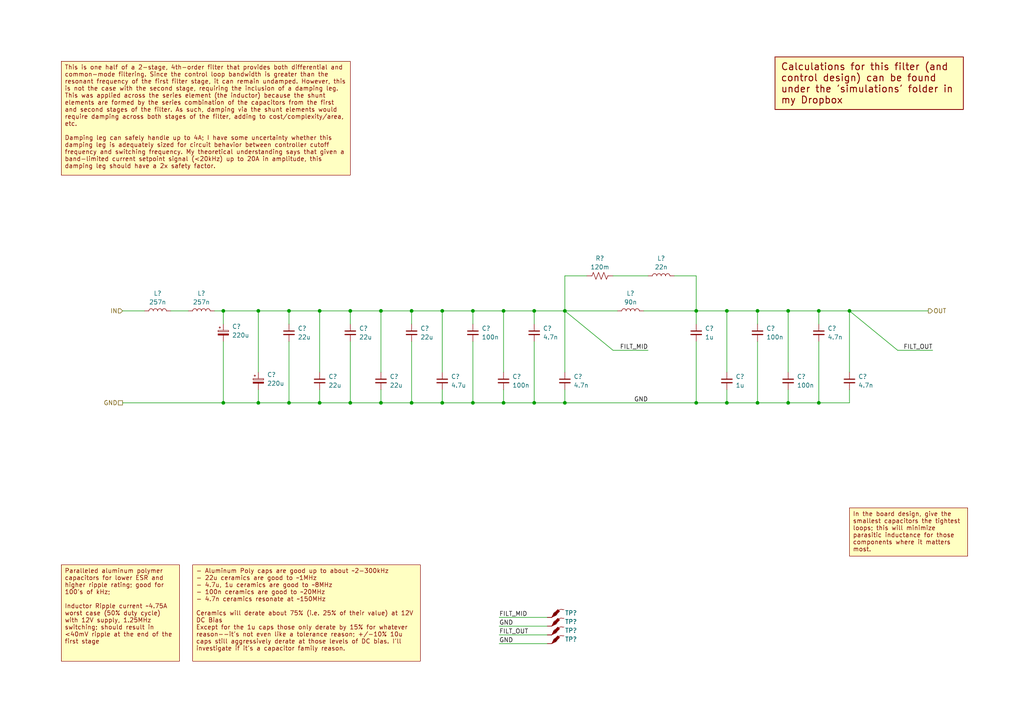
<source format=kicad_sch>
(kicad_sch (version 20230121) (generator eeschema)
  (paper "A4")
  (title_block (title "Shim Amplifier Prototype") (date "2023-08-01") (rev "A.1") (company "Ishaan Govindarajan"))
  (lib_symbols
    (symbol "Custom-Capacitor:875075561008" (pin_numbers hide) (pin_names (offset 0.254) hide)
      (property "Reference" "C?" (at 0.254 1.778 0))
      (property "Value" "220u" (at 0.254 -2.032 0))
      (symbol "875075561008_0_1"
        (rectangle (start -1.524 -0.3048) (end 1.524 -0.6858) (fill (type outline)))
        (rectangle (start -1.524 0.6858) (end 1.524 0.3048))
        (polyline (pts (xy -1.27 1.524) (xy -0.762 1.524)))
        (polyline (pts (xy -1.016 1.27) (xy -1.016 1.778)))
      )
      (symbol "875075561008_1_1"
        (pin passive line (at 0 2.54 270) (length 1.8542) (name "~") (number "1"))
        (pin passive line (at 0 -2.54 90) (length 1.8542) (name "~") (number "2"))
      )
    )
    (symbol "Custom-Capacitor:CL05B472KB5NNNC" (pin_numbers hide) (pin_names (offset 0.254) hide)
      (property "Reference" "C" (at 0.254 1.778 0))
      (property "Value" "4.7n" (at 0.254 -2.032 0))
      (symbol "CL05B472KB5NNNC_0_1"
        (polyline (pts (xy -1.524 -0.508) (xy 1.524 -0.508)) (stroke (width 0.3302)))
        (polyline (pts (xy -1.524 0.508) (xy 1.524 0.508)) (stroke (width 0.3048)))
      )
      (symbol "CL05B472KB5NNNC_1_1"
        (pin passive line (at 0 2.54 270) (length 2.032) (name "~") (number "1"))
        (pin passive line (at 0 -2.54 90) (length 2.032) (name "~") (number "2"))
      )
    )
    (symbol "Custom-Capacitor:CL10B104KB8NNWC" (pin_numbers hide) (pin_names (offset 0.254) hide)
      (property "Reference" "C" (at 0.254 1.778 0))
      (property "Value" "100n" (at 0.254 -2.032 0))
      (symbol "CL10B104KB8NNWC_0_1"
        (polyline (pts (xy -1.524 -0.508) (xy 1.524 -0.508)) (stroke (width 0.3302)))
        (polyline (pts (xy -1.524 0.508) (xy 1.524 0.508)) (stroke (width 0.3048)))
      )
      (symbol "CL10B104KB8NNWC_1_1"
        (pin passive line (at 0 2.54 270) (length 2.032) (name "~") (number "1"))
        (pin passive line (at 0 -2.54 90) (length 2.032) (name "~") (number "2"))
      )
    )
    (symbol "Custom-Capacitor:CL21A475KLCLQNC" (pin_numbers hide) (pin_names (offset 0.254) hide)
      (property "Reference" "C" (at 0.254 1.778 0))
      (property "Value" "4.7u" (at 0.254 -2.032 0))
      (symbol "CL21A475KLCLQNC_0_1"
        (polyline (pts (xy -1.524 -0.508) (xy 1.524 -0.508)) (stroke (width 0.3302)))
        (polyline (pts (xy -1.524 0.508) (xy 1.524 0.508)) (stroke (width 0.3048)))
      )
      (symbol "CL21A475KLCLQNC_1_1"
        (pin passive line (at 0 2.54 270) (length 2.032) (name "~") (number "1"))
        (pin passive line (at 0 -2.54 90) (length 2.032) (name "~") (number "2"))
      )
    )
    (symbol "Custom-Capacitor:CL21B105KBFNNNG" (pin_numbers hide) (pin_names (offset 0.254) hide)
      (property "Reference" "C" (at 0.254 1.778 0))
      (property "Value" "1u" (at 0.254 -2.032 0))
      (symbol "CL21B105KBFNNNG_0_1"
        (polyline (pts (xy -1.524 -0.508) (xy 1.524 -0.508)) (stroke (width 0.3302)))
        (polyline (pts (xy -1.524 0.508) (xy 1.524 0.508)) (stroke (width 0.3048)))
      )
      (symbol "CL21B105KBFNNNG_1_1"
        (pin passive line (at 0 2.54 270) (length 2.032) (name "~") (number "1"))
        (pin passive line (at 0 -2.54 90) (length 2.032) (name "~") (number "2"))
      )
    )
    (symbol "Custom-Capacitor:CL32B226KAJNNNE" (pin_numbers hide) (pin_names (offset 0.254) hide)
      (property "Reference" "C" (at 0.254 1.778 0))
      (property "Value" "22u" (at 0.254 -2.032 0))
      (symbol "CL32B226KAJNNNE_0_1"
        (polyline (pts (xy -1.524 -0.508) (xy 1.524 -0.508)) (stroke (width 0.3302)))
        (polyline (pts (xy -1.524 0.508) (xy 1.524 0.508)) (stroke (width 0.3048)))
      )
      (symbol "CL32B226KAJNNNE_1_1"
        (pin passive line (at 0 2.54 270) (length 2.032) (name "~") (number "1"))
        (pin passive line (at 0 -2.54 90) (length 2.032) (name "~") (number "2"))
      )
    )
    (symbol "Custom-Inductor:1212VS-90NMED" (pin_numbers hide) (pin_names (offset 1.016) hide)
      (property "Reference" "L?" (at 0 -1.27 0))
      (property "Value" "90n" (at 0 1.905 0))
      (symbol "1212VS-90NMED_0_1"
        (arc (start -1.27 0) (mid -1.905 0.6323) (end -2.54 0))
        (arc (start 0 0) (mid -0.635 0.6323) (end -1.27 0))
        (arc (start 1.27 0) (mid 0.635 0.6323) (end 0 0))
        (arc (start 2.54 0) (mid 1.905 0.6323) (end 1.27 0))
      )
      (symbol "1212VS-90NMED_1_1"
        (pin passive line (at -3.81 0 0) (length 1.27) (name "1") (number "1"))
        (pin passive line (at 3.81 0 180) (length 1.27) (name "2") (number "2"))
      )
    )
    (symbol "Custom-Inductor:2014VS-251MED" (pin_numbers hide) (pin_names (offset 1.016) hide)
      (property "Reference" "L?" (at 0 -1.27 0))
      (property "Value" "257n" (at 0 1.905 0))
      (symbol "2014VS-251MED_0_1"
        (arc (start -1.27 0) (mid -1.905 0.6323) (end -2.54 0))
        (arc (start 0 0) (mid -0.635 0.6323) (end -1.27 0))
        (arc (start 1.27 0) (mid 0.635 0.6323) (end 0 0))
        (arc (start 2.54 0) (mid 1.905 0.6323) (end 1.27 0))
      )
      (symbol "2014VS-251MED_1_1"
        (pin passive line (at -3.81 0 0) (length 1.27) (name "1") (number "1"))
        (pin passive line (at 3.81 0 180) (length 1.27) (name "2") (number "2"))
        (pin no_connect line (at 0 0 0) (length 1.27) hide (name "1") (number "3"))
      )
    )
    (symbol "Custom-Inductor:744914122" (pin_numbers hide) (pin_names (offset 1.016) hide)
      (property "Reference" "L?" (at 0 -1.27 0))
      (property "Value" "22n" (at 0 1.905 0))
      (symbol "744914122_0_1"
        (arc (start -1.27 0) (mid -1.905 0.6323) (end -2.54 0))
        (arc (start 0 0) (mid -0.635 0.6323) (end -1.27 0))
        (arc (start 1.27 0) (mid 0.635 0.6323) (end 0 0))
        (arc (start 2.54 0) (mid 1.905 0.6323) (end 1.27 0))
      )
      (symbol "744914122_1_1"
        (pin passive line (at -3.81 0 0) (length 1.27) (name "1") (number "1"))
        (pin passive line (at 3.81 0 180) (length 1.27) (name "2") (number "2"))
      )
    )
    (symbol "Custom-LogicIC:TestPoint" (in_bom no)
      (property "Reference" "TP" (at 2.54 0 0))
      (symbol "TestPoint_1_1"
        (polyline (pts (xy -0.762 1.27) (xy 0 0.508)) (stroke (width 0) (color 72 0 0 1)))
        (polyline (pts (xy -0.508 1.524) (xy 0.254 0.762)) (stroke (width 0) (color 72 0 0 1)))
        (polyline (pts (xy -1.27 0) (xy -0.762 1.016) (xy -0.254 0.508) (xy -1.27 0)) (fill (type color) (color 132 0 0 1)))
        (polyline (pts (xy -0.762 1.016) (xy 0.508 2.286) (xy 1.016 1.778) (xy -0.254 0.508) (xy -0.762 1.016)) (fill (type color) (color 132 0 0 1)))
        (arc (start 1.778 2.286) (mid 1.2343 2.3019) (end 0.762 2.032))
        (arc (start 1.778 2.286) (mid 2.032 2.258) (end 2.286 2.286))
        (pin passive line (at -2.54 0 0) (length 1.27) (name "") (number "1"))
      )
    )
    (symbol "Custom-Resistor:MFHA1206R1200FC" (pin_numbers hide) (pin_names (offset 0))
      (property "Reference" "R" (at 2.54 0 90))
      (property "Value" "120m" (at -2.54 0 90))
      (symbol "MFHA1206R1200FC_0_1"
        (polyline (pts (xy 0 -2.286) (xy 0 -2.54)))
        (polyline (pts (xy 0 2.286) (xy 0 2.54)))
        (polyline (pts (xy 0 -0.762) (xy 1.016 -1.143) (xy 0 -1.524) (xy -1.016 -1.905) (xy 0 -2.286)))
        (polyline (pts (xy 0 0.762) (xy 1.016 0.381) (xy 0 0) (xy -1.016 -0.381) (xy 0 -0.762)))
        (polyline (pts (xy 0 2.286) (xy 1.016 1.905) (xy 0 1.524) (xy -1.016 1.143) (xy 0 0.762)))
      )
      (symbol "MFHA1206R1200FC_1_1"
        (pin passive line (at 0 3.81 270) (length 1.27) (name "~") (number "1"))
        (pin passive line (at 0 -3.81 90) (length 1.27) (name "~") (number "2"))
      )
    )
  )
  (junction (at 210.82 90.17))
  (junction (at 64.77 90.17))
  (junction (at 74.93 90.17))
  (junction (at 74.93 116.84))
  (junction (at 110.49 90.17))
  (junction (at 92.71 116.84))
  (junction (at 64.77 116.84))
  (junction (at 246.38 90.17))
  (junction (at 92.71 90.17))
  (junction (at 137.16 116.84))
  (junction (at 237.49 90.17))
  (junction (at 146.05 90.17))
  (junction (at 163.83 90.17))
  (junction (at 101.6 116.84))
  (junction (at 146.05 116.84))
  (junction (at 119.38 90.17))
  (junction (at 228.6 116.84))
  (junction (at 83.82 116.84))
  (junction (at 210.82 116.84))
  (junction (at 101.6 90.17))
  (junction (at 201.93 116.84))
  (junction (at 163.83 116.84))
  (junction (at 219.71 90.17))
  (junction (at 219.71 116.84))
  (junction (at 83.82 90.17))
  (junction (at 137.16 90.17))
  (junction (at 237.49 116.84))
  (junction (at 228.6 90.17))
  (junction (at 201.93 90.17))
  (junction (at 154.94 116.84))
  (junction (at 110.49 116.84))
  (junction (at 128.27 90.17))
  (junction (at 128.27 116.84))
  (junction (at 119.38 116.84))
  (junction (at 154.94 90.17))
  (wire (pts (xy 137.16 90.17) (xy 137.16 93.98)))
  (wire (pts (xy 92.71 90.17) (xy 101.6 90.17)))
  (wire (pts (xy 201.93 90.17) (xy 201.93 93.98)))
  (wire (pts (xy 128.27 113.03) (xy 128.27 116.84)))
  (wire (pts (xy 154.94 99.06) (xy 154.94 116.84)))
  (wire (pts (xy 228.6 90.17) (xy 228.6 107.95)))
  (wire (pts (xy 177.8 101.6) (xy 163.83 90.17)))
  (wire (pts (xy 163.83 113.03) (xy 163.83 116.84)))
  (wire (pts (xy 83.82 116.84) (xy 92.71 116.84)))
  (wire (pts (xy 92.71 90.17) (xy 92.71 107.95)))
  (wire (pts (xy 146.05 116.84) (xy 154.94 116.84)))
  (wire (pts (xy 49.53 90.17) (xy 54.61 90.17)))
  (wire (pts (xy 163.83 80.01) (xy 170.18 80.01)))
  (wire (pts (xy 144.78 179.07) (xy 158.75 179.07)))
  (wire (pts (xy 137.16 99.06) (xy 137.16 116.84)))
  (wire (pts (xy 64.77 99.06) (xy 64.77 116.84)))
  (wire (pts (xy 163.83 90.17) (xy 163.83 80.01)))
  (wire (pts (xy 74.93 90.17) (xy 74.93 107.95)))
  (wire (pts (xy 110.49 90.17) (xy 119.38 90.17)))
  (wire (pts (xy 210.82 116.84) (xy 219.71 116.84)))
  (wire (pts (xy 110.49 90.17) (xy 110.49 107.95)))
  (wire (pts (xy 163.83 116.84) (xy 201.93 116.84)))
  (wire (pts (xy 128.27 116.84) (xy 137.16 116.84)))
  (wire (pts (xy 92.71 113.03) (xy 92.71 116.84)))
  (wire (pts (xy 270.51 101.6) (xy 260.35 101.6)))
  (wire (pts (xy 146.05 113.03) (xy 146.05 116.84)))
  (wire (pts (xy 128.27 90.17) (xy 137.16 90.17)))
  (wire (pts (xy 201.93 90.17) (xy 210.82 90.17)))
  (wire (pts (xy 101.6 90.17) (xy 110.49 90.17)))
  (wire (pts (xy 62.23 90.17) (xy 64.77 90.17)))
  (wire (pts (xy 237.49 99.06) (xy 237.49 116.84)))
  (wire (pts (xy 83.82 99.06) (xy 83.82 116.84)))
  (wire (pts (xy 219.71 99.06) (xy 219.71 116.84)))
  (wire (pts (xy 144.78 186.69) (xy 158.75 186.69)))
  (wire (pts (xy 144.78 184.15) (xy 158.75 184.15)))
  (wire (pts (xy 110.49 113.03) (xy 110.49 116.84)))
  (wire (pts (xy 219.71 90.17) (xy 228.6 90.17)))
  (wire (pts (xy 146.05 90.17) (xy 154.94 90.17)))
  (wire (pts (xy 74.93 113.03) (xy 74.93 116.84)))
  (wire (pts (xy 201.93 116.84) (xy 210.82 116.84)))
  (wire (pts (xy 210.82 90.17) (xy 210.82 107.95)))
  (wire (pts (xy 64.77 90.17) (xy 64.77 93.98)))
  (wire (pts (xy 128.27 90.17) (xy 128.27 107.95)))
  (wire (pts (xy 83.82 90.17) (xy 92.71 90.17)))
  (wire (pts (xy 83.82 90.17) (xy 83.82 93.98)))
  (wire (pts (xy 74.93 90.17) (xy 83.82 90.17)))
  (wire (pts (xy 228.6 113.03) (xy 228.6 116.84)))
  (wire (pts (xy 186.69 90.17) (xy 201.93 90.17)))
  (wire (pts (xy 92.71 116.84) (xy 101.6 116.84)))
  (wire (pts (xy 210.82 113.03) (xy 210.82 116.84)))
  (wire (pts (xy 35.56 90.17) (xy 41.91 90.17)))
  (wire (pts (xy 246.38 113.03) (xy 246.38 116.84)))
  (wire (pts (xy 64.77 90.17) (xy 74.93 90.17)))
  (wire (pts (xy 237.49 90.17) (xy 237.49 93.98)))
  (wire (pts (xy 101.6 90.17) (xy 101.6 93.98)))
  (wire (pts (xy 154.94 90.17) (xy 154.94 93.98)))
  (wire (pts (xy 146.05 90.17) (xy 146.05 107.95)))
  (wire (pts (xy 163.83 90.17) (xy 179.07 90.17)))
  (wire (pts (xy 237.49 116.84) (xy 246.38 116.84)))
  (wire (pts (xy 119.38 116.84) (xy 128.27 116.84)))
  (wire (pts (xy 228.6 90.17) (xy 237.49 90.17)))
  (wire (pts (xy 110.49 116.84) (xy 119.38 116.84)))
  (wire (pts (xy 144.78 181.61) (xy 158.75 181.61)))
  (wire (pts (xy 64.77 116.84) (xy 74.93 116.84)))
  (wire (pts (xy 119.38 90.17) (xy 128.27 90.17)))
  (wire (pts (xy 237.49 90.17) (xy 246.38 90.17)))
  (wire (pts (xy 154.94 90.17) (xy 163.83 90.17)))
  (wire (pts (xy 260.35 101.6) (xy 246.38 90.17)))
  (wire (pts (xy 219.71 116.84) (xy 228.6 116.84)))
  (wire (pts (xy 201.93 99.06) (xy 201.93 116.84)))
  (wire (pts (xy 177.8 80.01) (xy 187.96 80.01)))
  (wire (pts (xy 35.56 116.84) (xy 64.77 116.84)))
  (wire (pts (xy 74.93 116.84) (xy 83.82 116.84)))
  (wire (pts (xy 101.6 99.06) (xy 101.6 116.84)))
  (wire (pts (xy 187.96 101.6) (xy 177.8 101.6)))
  (wire (pts (xy 219.71 90.17) (xy 219.71 93.98)))
  (wire (pts (xy 154.94 116.84) (xy 163.83 116.84)))
  (wire (pts (xy 210.82 90.17) (xy 219.71 90.17)))
  (wire (pts (xy 201.93 90.17) (xy 201.93 80.01)))
  (wire (pts (xy 137.16 116.84) (xy 146.05 116.84)))
  (wire (pts (xy 246.38 90.17) (xy 246.38 107.95)))
  (wire (pts (xy 137.16 90.17) (xy 146.05 90.17)))
  (wire (pts (xy 163.83 90.17) (xy 163.83 107.95)))
  (wire (pts (xy 195.58 80.01) (xy 201.93 80.01)))
  (wire (pts (xy 246.38 90.17) (xy 269.24 90.17)))
  (wire (pts (xy 101.6 116.84) (xy 110.49 116.84)))
  (wire (pts (xy 119.38 90.17) (xy 119.38 93.98)))
  (wire (pts (xy 228.6 116.84) (xy 237.49 116.84)))
  (wire (pts (xy 119.38 99.06) (xy 119.38 116.84)))
  (text_box "This is one half of a 2-stage, 4th-order filter that provides both differential and common-mode filtering. Since the control loop bandwidth is greater than the resonant frequency of the first filter stage, it can remain undamped. However, this is not the case with the second stage, requiring the inclusion of a damping leg. This was applied across the series element (the inductor) because the shunt elements are formed by the series combination of the capacitors from the first and second stages of the filter. As such, damping via the shunt elements would require damping across both stages of the filter, adding to cost/complexity/area, etc. \n\nDamping leg can safely handle up to 4A; I have some uncertainty whether this damping leg is adequately sized for circuit behavior between controller cutoff frequency and switching frequency. My theoretical understanding says that given a band-limited current setpoint signal (<20kHz) up to 20A in amplitude, this damping leg should have a 2x safety factor." (at 17.78 17.78 0) (size 83.82 33.02) (stroke (width 0) (color 132 0 0 1)) (fill (type color) (color 255 255 194 1)) (effects (font (size 1.27 1.27)) (justify left top)))
  (text_box "Calculations for this filter (and control design) can be found under the 'simulations' folder in my Dropbox" (at 224.79 16.51 0) (size 54.61 15.24) (stroke (width 0.25) (color 132 0 0 1)) (fill (type color) (color 255 255 194 1)) (effects (font (size 2 2) (thickness 0.254) bold) (justify left top)))
  (text_box "- Aluminum Poly caps are good up to about ~2-300kHz\n- 22u ceramics are good to ~1MHz\n- 4.7u, 1u ceramics are good to ~8MHz\n- 100n ceramics are good to ~20MHz\n- 4.7n ceramics resonate at ~150MHz\n\nCeramics will derate about 75% (i.e. 25% of their value) at 12V DC Bias\nExcept for the 1u caps those only derate by 15% for whatever reason--it's not even like a tolerance reason; +/-10% 10u caps still aggressively derate at those levels of DC bias. I'll investigate if it's a capacitor family reason." (at 55.88 163.83 0) (size 66.04 27.94) (stroke (width 0) (color 132 0 0 1)) (fill (type color) (color 255 255 194 1)) (effects (font (size 1.27 1.27)) (justify left top)))
  (text_box "Paralleled aluminum polymer capacitors for lower ESR and higher ripple rating; good for 100's of kHz;\n\nInductor Ripple current ~4.75A worst case (50% duty cycle) with 12V supply, 1.25MHz switching; should result in <40mV ripple at the end of the first stage\n" (at 17.78 163.83 0) (size 34.29 27.94) (stroke (width 0) (color 132 0 0 1)) (fill (type color) (color 255 255 194 1)) (effects (font (size 1.27 1.27)) (justify left top)))
  (text_box "In the board design, give the smallest capacitors the tightest loops; this will minimize parasitic inductance for those components where it matters most. " (at 246.38 147.32 0) (size 34.29 13.97) (stroke (width 0) (color 132 0 0 1)) (fill (type color) (color 255 255 194 1)) (effects (font (size 1.27 1.27)) (justify left top)))
  (label "FILT_OUT" (at 270.51 101.6 180))
  (label "FILT_MID" (at 144.78 179.07 0))
  (label "FILT_OUT" (at 144.78 184.15 0))
  (label "FILT_MID" (at 187.96 101.6 180))
  (label "GND" (at 144.78 186.69 0))
  (label "GND" (at 187.96 116.84 180))
  (label "GND" (at 144.78 181.61 0))
  (hierarchical_label "IN" (shape input) (at 35.56 90.17 180))
  (hierarchical_label "GND" (shape passive) (at 35.56 116.84 180))
  (hierarchical_label "OUT" (shape output) (at 269.24 90.17 0))
  (symbol (lib_id "Custom-Capacitor:875075561008") (at 74.93 110.49 0) (unit 1)
    (property "Reference" "C?" (at 77.47 108.6739 0) (effects (justify left)))
    (property "Value" "220u" (at 77.47 111.2139 0) (effects (justify left)))
    (property "Footprint" "Capacitor_SMD:CP_Elec_10x12.5" (effects hide))
    (property "Datasheet" "https://www.we-online.com/components/products/datasheet/875075561008.pdf" (effects hide))
    (property "Manufacturer" "Würth Elektronik" (effects hide))
    (property "Part Number" "875075561008" (effects hide))
    (instances (project "Class-D Prototype revA" (path "" (reference "C?") (unit 1)) (path "" (reference "C52") (unit 1)) (path "" (reference "C70") (unit 1))))
  )
  (symbol (lib_id "Custom-Capacitor:CL05B472KB5NNNC") (at 237.49 96.52 0) (unit 1)
    (property "Reference" "C?" (at 240.03 95.2563 0) (effects (justify left)))
    (property "Value" "4.7n" (at 240.03 97.7963 0) (effects (justify left)))
    (property "Footprint" "Capacitor_SMD:C_0402_1005Metric_Pad0.74x0.62mm_HandSolder" (effects hide))
    (property "Datasheet" "https://media.digikey.com/pdf/Data%20Sheets/Samsung%20PDFs/CL05B472KB5NNNC_Spec.pdf" (effects hide))
    (property "Manufacturer" "Samsung Electro-Mechanics" (effects hide))
    (property "Part Number" "CL05B472KB5NNNC" (effects hide))
    (instances (project "Class-D Prototype revA" (path "" (reference "C?") (unit 1)) (path "" (reference "C67") (unit 1)) (path "" (reference "C85") (unit 1))))
  )
  (symbol (lib_id "Custom-Capacitor:CL05B472KB5NNNC") (at 154.94 96.52 0) (unit 1)
    (property "Reference" "C?" (at 157.48 95.2563 0) (effects (justify left)))
    (property "Value" "4.7n" (at 157.48 97.7963 0) (effects (justify left)))
    (property "Footprint" "Capacitor_SMD:C_0402_1005Metric_Pad0.74x0.62mm_HandSolder" (effects hide))
    (property "Datasheet" "https://media.digikey.com/pdf/Data%20Sheets/Samsung%20PDFs/CL05B472KB5NNNC_Spec.pdf" (effects hide))
    (property "Manufacturer" "Samsung Electro-Mechanics" (effects hide))
    (property "Part Number" "CL05B472KB5NNNC" (effects hide))
    (instances (project "Class-D Prototype revA" (path "" (reference "C?") (unit 1)) (path "" (reference "C61") (unit 1)) (path "" (reference "C79") (unit 1))))
  )
  (symbol (lib_id "Custom-Capacitor:CL32B226KAJNNNE") (at 110.49 110.49 0) (unit 1)
    (property "Reference" "C?" (at 113.03 109.2263 0) (effects (justify left)))
    (property "Value" "22u" (at 113.03 111.7663 0) (effects (justify left)))
    (property "Footprint" "Capacitor_SMD:C_1210_3225Metric_Pad1.33x2.70mm_HandSolder" (effects hide))
    (property "Datasheet" "https://product.samsungsem.com/mlcc/CL32B226KAJNNN.do" (effects hide))
    (property "Manufacturer" "Samsung Electro-Mechanics" (effects hide))
    (property "Part Number" "CL32B226KAJNNNE" (effects hide))
    (instances (project "Class-D Prototype revA" (path "" (reference "C?") (unit 1)) (path "" (reference "C56") (unit 1)) (path "" (reference "C74") (unit 1))))
  )
  (symbol (lib_id "Custom-Capacitor:CL21B105KBFNNNG") (at 201.93 96.52 0) (unit 1)
    (property "Reference" "C?" (at 204.47 95.2563 0) (effects (justify left)))
    (property "Value" "1u" (at 204.47 97.7963 0) (effects (justify left)))
    (property "Footprint" "Capacitor_SMD:C_0805_2012Metric_Pad1.18x1.45mm_HandSolder" (effects hide))
    (property "Datasheet" "https://media.digikey.com/pdf/Data%20Sheets/Samsung%20PDFs/CL21B105KBFNNNG_Spec.pdf" (effects hide))
    (property "Manufacturer" "Samsung Electro-Mechanics" (effects hide))
    (property "Part Number" "CL21B105KBFNNNG" (effects hide))
    (instances (project "Class-D Prototype revA" (path "" (reference "C?") (unit 1)) (path "" (reference "C63") (unit 1)) (path "" (reference "C81") (unit 1))))
  )
  (symbol (lib_id "Custom-Capacitor:CL10B104KB8NNWC") (at 219.71 96.52 0) (unit 1)
    (property "Reference" "C?" (at 222.25 95.2563 0) (effects (justify left)))
    (property "Value" "100n" (at 222.25 97.7963 0) (effects (justify left)))
    (property "Footprint" "Capacitor_SMD:C_0603_1608Metric_Pad1.08x0.95mm_HandSolder" (effects hide))
    (property "Datasheet" "https://product.samsungsem.com/mlcc/CL31B106KAHNFN.do" (effects hide))
    (property "Manufacturer" "Samsung Electro-Mechanics" (effects hide))
    (property "Part Number" "CL10B104KB8NNWC" (effects hide))
    (instances (project "Class-D Prototype revA" (path "" (reference "C?") (unit 1)) (path "" (reference "C65") (unit 1)) (path "" (reference "C83") (unit 1))))
  )
  (symbol (lib_id "Custom-Capacitor:CL32B226KAJNNNE") (at 92.71 110.49 0) (unit 1)
    (property "Reference" "C?" (at 95.25 109.2263 0) (effects (justify left)))
    (property "Value" "22u" (at 95.25 111.7663 0) (effects (justify left)))
    (property "Footprint" "Capacitor_SMD:C_1210_3225Metric_Pad1.33x2.70mm_HandSolder" (effects hide))
    (property "Datasheet" "https://product.samsungsem.com/mlcc/CL32B226KAJNNN.do" (effects hide))
    (property "Manufacturer" "Samsung Electro-Mechanics" (effects hide))
    (property "Part Number" "CL32B226KAJNNNE" (effects hide))
    (instances (project "Class-D Prototype revA" (path "" (reference "C?") (unit 1)) (path "" (reference "C54") (unit 1)) (path "" (reference "C72") (unit 1))))
  )
  (symbol (lib_id "Custom-LogicIC:TestPoint") (at 161.29 181.61 0) (unit 1) (in_bom no)
    (property "Reference" "TP?" (at 163.83 180.34 0) (effects (justify left)))
    (property "Value" "-" (effects hide))
    (property "Footprint" "TestPoint:TestPoint_Pad_D2.0mm" (effects hide))
    (instances (project "Class-D Prototype revA" (path "" (reference "TP?") (unit 1)) (path "" (reference "TP19") (unit 1)) (path "" (reference "TP23") (unit 1))))
  )
  (symbol (lib_id "Custom-Capacitor:CL10B104KB8NNWC") (at 137.16 96.52 0) (unit 1)
    (property "Reference" "C?" (at 139.7 95.2563 0) (effects (justify left)))
    (property "Value" "100n" (at 139.7 97.7963 0) (effects (justify left)))
    (property "Footprint" "Capacitor_SMD:C_0603_1608Metric_Pad1.08x0.95mm_HandSolder" (effects hide))
    (property "Datasheet" "https://product.samsungsem.com/mlcc/CL31B106KAHNFN.do" (effects hide))
    (property "Manufacturer" "Samsung Electro-Mechanics" (effects hide))
    (property "Part Number" "CL10B104KB8NNWC" (effects hide))
    (instances (project "Class-D Prototype revA" (path "" (reference "C?") (unit 1)) (path "" (reference "C59") (unit 1)) (path "" (reference "C77") (unit 1))))
  )
  (symbol (lib_id "Custom-LogicIC:TestPoint") (at 161.29 186.69 0) (unit 1) (in_bom no)
    (property "Reference" "TP?" (at 163.83 185.42 0) (effects (justify left)))
    (property "Value" "-" (effects hide))
    (property "Footprint" "TestPoint:TestPoint_Pad_D2.0mm" (effects hide))
    (instances (project "Class-D Prototype revA" (path "" (reference "TP?") (unit 1)) (path "" (reference "TP21") (unit 1)) (path "" (reference "TP25") (unit 1))))
  )
  (symbol (lib_id "Custom-LogicIC:TestPoint") (at 161.29 179.07 0) (unit 1) (in_bom no)
    (property "Reference" "TP?" (at 163.83 177.8 0) (effects (justify left)))
    (property "Value" "-" (effects hide))
    (property "Footprint" "TestPoint:TestPoint_Pad_D2.0mm" (effects hide))
    (instances (project "Class-D Prototype revA" (path "" (reference "TP?") (unit 1)) (path "" (reference "TP18") (unit 1)) (path "" (reference "TP22") (unit 1))))
  )
  (symbol (lib_id "Custom-Capacitor:CL32B226KAJNNNE") (at 101.6 96.52 0) (unit 1)
    (property "Reference" "C?" (at 104.14 95.2563 0) (effects (justify left)))
    (property "Value" "22u" (at 104.14 97.7963 0) (effects (justify left)))
    (property "Footprint" "Capacitor_SMD:C_1210_3225Metric_Pad1.33x2.70mm_HandSolder" (effects hide))
    (property "Datasheet" "https://product.samsungsem.com/mlcc/CL32B226KAJNNN.do" (effects hide))
    (property "Manufacturer" "Samsung Electro-Mechanics" (effects hide))
    (property "Part Number" "CL32B226KAJNNNE" (effects hide))
    (instances (project "Class-D Prototype revA" (path "" (reference "C?") (unit 1)) (path "" (reference "C55") (unit 1)) (path "" (reference "C73") (unit 1))))
  )
  (symbol (lib_id "Custom-Inductor:1212VS-90NMED") (at 182.88 90.17 0) (unit 1)
    (property "Reference" "L?" (at 182.88 85.09 0))
    (property "Value" "90n" (at 182.88 87.63 0))
    (property "Footprint" "Custom-RLC:COILCRAFT_1212" (effects hide))
    (property "Datasheet" "https://www.coilcraft.com/getmedia/55a4b40a-2e02-4bf5-b0af-2ea5db75b6cf/1010vs.pdf" (effects hide))
    (property "Manufacturer" "Coilcraft" (effects hide))
    (property "Part Number" "1212VS-90NMED" (effects hide))
    (instances (project "Class-D Prototype revA" (path "" (reference "L?") (unit 1)) (path "" (reference "L4") (unit 1)) (path "" (reference "L8") (unit 1))))
  )
  (symbol (lib_id "Custom-Capacitor:CL05B472KB5NNNC") (at 246.38 110.49 0) (unit 1)
    (property "Reference" "C?" (at 248.92 109.2263 0) (effects (justify left)))
    (property "Value" "4.7n" (at 248.92 111.7663 0) (effects (justify left)))
    (property "Footprint" "Capacitor_SMD:C_0402_1005Metric_Pad0.74x0.62mm_HandSolder" (effects hide))
    (property "Datasheet" "https://media.digikey.com/pdf/Data%20Sheets/Samsung%20PDFs/CL05B472KB5NNNC_Spec.pdf" (effects hide))
    (property "Manufacturer" "Samsung Electro-Mechanics" (effects hide))
    (property "Part Number" "CL05B472KB5NNNC" (effects hide))
    (instances (project "Class-D Prototype revA" (path "" (reference "C?") (unit 1)) (path "" (reference "C68") (unit 1)) (path "" (reference "C86") (unit 1))))
  )
  (symbol (lib_id "Custom-Capacitor:CL10B104KB8NNWC") (at 228.6 110.49 0) (unit 1)
    (property "Reference" "C?" (at 231.14 109.2263 0) (effects (justify left)))
    (property "Value" "100n" (at 231.14 111.7663 0) (effects (justify left)))
    (property "Footprint" "Capacitor_SMD:C_0603_1608Metric_Pad1.08x0.95mm_HandSolder" (effects hide))
    (property "Datasheet" "https://product.samsungsem.com/mlcc/CL31B106KAHNFN.do" (effects hide))
    (property "Manufacturer" "Samsung Electro-Mechanics" (effects hide))
    (property "Part Number" "CL10B104KB8NNWC" (effects hide))
    (instances (project "Class-D Prototype revA" (path "" (reference "C?") (unit 1)) (path "" (reference "C66") (unit 1)) (path "" (reference "C84") (unit 1))))
  )
  (symbol (lib_id "Custom-Capacitor:875075561008") (at 64.77 96.52 0) (unit 1)
    (property "Reference" "C?" (at 67.31 94.7039 0) (effects (justify left)))
    (property "Value" "220u" (at 67.31 97.2439 0) (effects (justify left)))
    (property "Footprint" "Capacitor_SMD:CP_Elec_10x12.5" (effects hide))
    (property "Datasheet" "https://www.we-online.com/components/products/datasheet/875075561008.pdf" (effects hide))
    (property "Manufacturer" "Würth Elektronik" (effects hide))
    (property "Part Number" "875075561008" (effects hide))
    (instances (project "Class-D Prototype revA" (path "" (reference "C?") (unit 1)) (path "" (reference "C51") (unit 1)) (path "" (reference "C69") (unit 1))))
  )
  (symbol (lib_id "Custom-Resistor:MFHA1206R1200FC") (at 173.99 80.01 90) (unit 1)
    (property "Reference" "R?" (at 173.99 74.93 90))
    (property "Value" "120m" (at 173.99 77.47 90))
    (property "Footprint" "Resistor_SMD:R_1206_3216Metric_Pad1.30x1.75mm_HandSolder" (effects hide))
    (property "Datasheet" "https://www.eaton.com/content/dam/eaton/products/electronic-components/resources/data-sheet/eaton-mfha-automotive-smd-current-sense-resistor-metal-film-data-sheet-elx1178.pdf" (effects hide))
    (property "Manufacturer" "Eaton - Electronics Division" (effects hide))
    (property "Part Number" "MFHA1206R1200FC" (effects hide))
    (instances (project "Class-D Prototype revA" (path "" (reference "R?") (unit 1)) (path "" (reference "R25") (unit 1)) (path "" (reference "R26") (unit 1))))
  )
  (symbol (lib_id "Custom-Capacitor:CL32B226KAJNNNE") (at 83.82 96.52 0) (unit 1)
    (property "Reference" "C?" (at 86.36 95.2563 0) (effects (justify left)))
    (property "Value" "22u" (at 86.36 97.7963 0) (effects (justify left)))
    (property "Footprint" "Capacitor_SMD:C_1210_3225Metric_Pad1.33x2.70mm_HandSolder" (effects hide))
    (property "Datasheet" "https://product.samsungsem.com/mlcc/CL32B226KAJNNN.do" (effects hide))
    (property "Manufacturer" "Samsung Electro-Mechanics" (effects hide))
    (property "Part Number" "CL32B226KAJNNNE" (effects hide))
    (instances (project "Class-D Prototype revA" (path "" (reference "C?") (unit 1)) (path "" (reference "C53") (unit 1)) (path "" (reference "C71") (unit 1))))
  )
  (symbol (lib_id "Custom-Capacitor:CL05B472KB5NNNC") (at 163.83 110.49 0) (unit 1)
    (property "Reference" "C?" (at 166.37 109.2263 0) (effects (justify left)))
    (property "Value" "4.7n" (at 166.37 111.7663 0) (effects (justify left)))
    (property "Footprint" "Capacitor_SMD:C_0402_1005Metric_Pad0.74x0.62mm_HandSolder" (effects hide))
    (property "Datasheet" "https://media.digikey.com/pdf/Data%20Sheets/Samsung%20PDFs/CL05B472KB5NNNC_Spec.pdf" (effects hide))
    (property "Manufacturer" "Samsung Electro-Mechanics" (effects hide))
    (property "Part Number" "CL05B472KB5NNNC" (effects hide))
    (instances (project "Class-D Prototype revA" (path "" (reference "C?") (unit 1)) (path "" (reference "C62") (unit 1)) (path "" (reference "C80") (unit 1))))
  )
  (symbol (lib_id "Custom-LogicIC:TestPoint") (at 161.29 184.15 0) (unit 1) (in_bom no)
    (property "Reference" "TP?" (at 163.83 182.88 0) (effects (justify left)))
    (property "Value" "-" (effects hide))
    (property "Footprint" "TestPoint:TestPoint_Pad_D2.0mm" (effects hide))
    (instances (project "Class-D Prototype revA" (path "" (reference "TP?") (unit 1)) (path "" (reference "TP20") (unit 1)) (path "" (reference "TP24") (unit 1))))
  )
  (symbol (lib_id "Custom-Capacitor:CL32B226KAJNNNE") (at 119.38 96.52 0) (unit 1)
    (property "Reference" "C?" (at 121.92 95.2563 0) (effects (justify left)))
    (property "Value" "22u" (at 121.92 97.7963 0) (effects (justify left)))
    (property "Footprint" "Capacitor_SMD:C_1210_3225Metric_Pad1.33x2.70mm_HandSolder" (effects hide))
    (property "Datasheet" "https://product.samsungsem.com/mlcc/CL32B226KAJNNN.do" (effects hide))
    (property "Manufacturer" "Samsung Electro-Mechanics" (effects hide))
    (property "Part Number" "CL32B226KAJNNNE" (effects hide))
    (instances (project "Class-D Prototype revA" (path "" (reference "C?") (unit 1)) (path "" (reference "C57") (unit 1)) (path "" (reference "C75") (unit 1))))
  )
  (symbol (lib_id "Custom-Inductor:2014VS-251MED") (at 45.72 90.17 0) (mirror y) (unit 1)
    (property "Reference" "L?" (at 45.72 85.09 0))
    (property "Value" "257n" (at 45.72 87.63 0))
    (property "Footprint" "Custom-RLC:COILCRAFT_2014" (effects hide))
    (property "Datasheet" "https://www.coilcraft.com/getmedia/55a4b40a-2e02-4bf5-b0af-2ea5db75b6cf/1010vs.pdf" (effects hide))
    (property "Manufacturer" "Coilcraft" (effects hide))
    (property "Part Number" "2014VS-251MED" (effects hide))
    (instances (project "Class-D Prototype revA" (path "" (reference "L?") (unit 1)) (path "" (reference "L2") (unit 1)) (path "" (reference "L6") (unit 1))))
  )
  (symbol (lib_id "Custom-Inductor:2014VS-251MED") (at 58.42 90.17 0) (mirror y) (unit 1)
    (property "Reference" "L?" (at 58.42 85.09 0))
    (property "Value" "257n" (at 58.42 87.63 0))
    (property "Footprint" "Custom-RLC:COILCRAFT_2014" (effects hide))
    (property "Datasheet" "https://www.coilcraft.com/getmedia/55a4b40a-2e02-4bf5-b0af-2ea5db75b6cf/1010vs.pdf" (effects hide))
    (property "Manufacturer" "Coilcraft" (effects hide))
    (property "Part Number" "2014VS-251MED" (effects hide))
    (instances (project "Class-D Prototype revA" (path "" (reference "L?") (unit 1)) (path "" (reference "L3") (unit 1)) (path "" (reference "L7") (unit 1))))
  )
  (symbol (lib_id "Custom-Capacitor:CL10B104KB8NNWC") (at 146.05 110.49 0) (unit 1)
    (property "Reference" "C?" (at 148.59 109.2263 0) (effects (justify left)))
    (property "Value" "100n" (at 148.59 111.7663 0) (effects (justify left)))
    (property "Footprint" "Capacitor_SMD:C_0603_1608Metric_Pad1.08x0.95mm_HandSolder" (effects hide))
    (property "Datasheet" "https://product.samsungsem.com/mlcc/CL31B106KAHNFN.do" (effects hide))
    (property "Manufacturer" "Samsung Electro-Mechanics" (effects hide))
    (property "Part Number" "CL10B104KB8NNWC" (effects hide))
    (instances (project "Class-D Prototype revA" (path "" (reference "C?") (unit 1)) (path "" (reference "C60") (unit 1)) (path "" (reference "C78") (unit 1))))
  )
  (symbol (lib_id "Custom-Inductor:744914122") (at 191.77 80.01 0) (unit 1)
    (property "Reference" "L?" (at 191.77 74.93 0))
    (property "Value" "22n" (at 191.77 77.47 0))
    (property "Footprint" "Custom-RLC:WURTH_3168" (effects hide))
    (property "Datasheet" "https://www.we-online.com/components/products/datasheet/744914122.pdf" (effects hide))
    (property "Manufacturer" "Würth Elektronik" (effects hide))
    (property "Part Number" "744914122" (effects hide))
    (instances (project "Class-D Prototype revA" (path "" (reference "L?") (unit 1)) (path "" (reference "L5") (unit 1)) (path "" (reference "L9") (unit 1))))
  )
  (symbol (lib_id "Custom-Capacitor:CL21A475KLCLQNC") (at 128.27 110.49 0) (unit 1)
    (property "Reference" "C?" (at 130.81 109.2263 0) (effects (justify left)))
    (property "Value" "4.7u" (at 130.81 111.7663 0) (effects (justify left)))
    (property "Footprint" "Capacitor_SMD:C_0805_2012Metric_Pad1.18x1.45mm_HandSolder" (effects hide))
    (property "Datasheet" "https://media.digikey.com/pdf/Data%20Sheets/Samsung%20PDFs/CL21A475KLCLQNC_Spec.pdf" (effects hide))
    (property "Manufacturer" "Samsung Electro-Mechanics" (effects hide))
    (property "Part Number" "CL21A475KLCLQNC" (effects hide))
    (instances (project "Class-D Prototype revA" (path "" (reference "C?") (unit 1)) (path "" (reference "C58") (unit 1)) (path "" (reference "C76") (unit 1))))
  )
  (symbol (lib_id "Custom-Capacitor:CL21B105KBFNNNG") (at 210.82 110.49 0) (unit 1)
    (property "Reference" "C?" (at 213.36 109.2263 0) (effects (justify left)))
    (property "Value" "1u" (at 213.36 111.7663 0) (effects (justify left)))
    (property "Footprint" "Capacitor_SMD:C_0805_2012Metric_Pad1.18x1.45mm_HandSolder" (effects hide))
    (property "Datasheet" "https://media.digikey.com/pdf/Data%20Sheets/Samsung%20PDFs/CL21B105KBFNNNG_Spec.pdf" (effects hide))
    (property "Manufacturer" "Samsung Electro-Mechanics" (effects hide))
    (property "Part Number" "CL21B105KBFNNNG" (effects hide))
    (instances (project "Class-D Prototype revA" (path "" (reference "C?") (unit 1)) (path "" (reference "C64") (unit 1)) (path "" (reference "C82") (unit 1))))
  )
)
</source>
